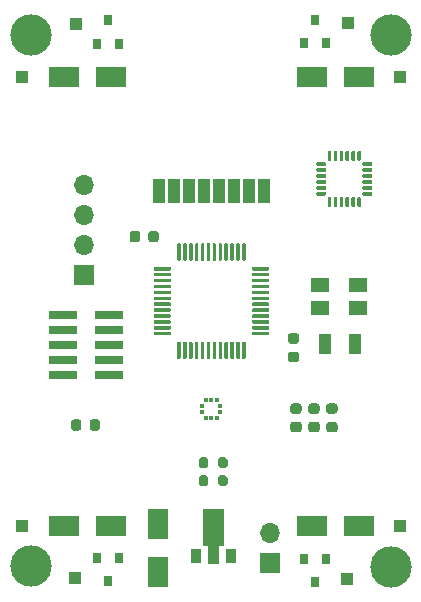
<source format=gbr>
%TF.GenerationSoftware,KiCad,Pcbnew,(5.1.9)-1*%
%TF.CreationDate,2021-04-28T15:16:42-04:00*%
%TF.ProjectId,final_design_v3,66696e61-6c5f-4646-9573-69676e5f7633,rev?*%
%TF.SameCoordinates,Original*%
%TF.FileFunction,Soldermask,Top*%
%TF.FilePolarity,Negative*%
%FSLAX46Y46*%
G04 Gerber Fmt 4.6, Leading zero omitted, Abs format (unit mm)*
G04 Created by KiCad (PCBNEW (5.1.9)-1) date 2021-04-28 15:16:42*
%MOMM*%
%LPD*%
G01*
G04 APERTURE LIST*
%ADD10R,2.400000X0.740000*%
%ADD11R,1.000000X2.000000*%
%ADD12C,3.500000*%
%ADD13R,1.800000X2.500000*%
%ADD14R,2.500000X1.800000*%
%ADD15R,1.700000X1.700000*%
%ADD16O,1.700000X1.700000*%
%ADD17R,1.000000X1.000000*%
%ADD18R,0.800000X0.900000*%
%ADD19R,0.350000X0.380000*%
%ADD20R,0.900000X1.300000*%
%ADD21C,0.100000*%
%ADD22R,1.000000X1.800000*%
%ADD23R,1.600000X1.300000*%
G04 APERTURE END LIST*
D10*
%TO.C,J1*%
X130350000Y-105740000D03*
X126450000Y-105740000D03*
X130350000Y-104470000D03*
X126450000Y-104470000D03*
X130350000Y-103200000D03*
X126450000Y-103200000D03*
X130350000Y-101930000D03*
X126450000Y-101930000D03*
X130350000Y-100660000D03*
X126450000Y-100660000D03*
%TD*%
D11*
%TO.C,U4*%
X134600000Y-90200000D03*
X135870000Y-90200000D03*
X137140000Y-90200000D03*
X138410000Y-90200000D03*
X139680000Y-90200000D03*
X140950000Y-90200000D03*
X142220000Y-90200000D03*
X143490000Y-90200000D03*
%TD*%
D12*
%TO.C,H1*%
X123698000Y-76962000D03*
%TD*%
%TO.C,C6*%
G36*
G01*
X145901600Y-108147400D02*
X146401600Y-108147400D01*
G75*
G02*
X146626600Y-108372400I0J-225000D01*
G01*
X146626600Y-108822400D01*
G75*
G02*
X146401600Y-109047400I-225000J0D01*
G01*
X145901600Y-109047400D01*
G75*
G02*
X145676600Y-108822400I0J225000D01*
G01*
X145676600Y-108372400D01*
G75*
G02*
X145901600Y-108147400I225000J0D01*
G01*
G37*
G36*
G01*
X145901600Y-109697400D02*
X146401600Y-109697400D01*
G75*
G02*
X146626600Y-109922400I0J-225000D01*
G01*
X146626600Y-110372400D01*
G75*
G02*
X146401600Y-110597400I-225000J0D01*
G01*
X145901600Y-110597400D01*
G75*
G02*
X145676600Y-110372400I0J225000D01*
G01*
X145676600Y-109922400D01*
G75*
G02*
X145901600Y-109697400I225000J0D01*
G01*
G37*
%TD*%
%TO.C,C7*%
G36*
G01*
X147425600Y-109697400D02*
X147925600Y-109697400D01*
G75*
G02*
X148150600Y-109922400I0J-225000D01*
G01*
X148150600Y-110372400D01*
G75*
G02*
X147925600Y-110597400I-225000J0D01*
G01*
X147425600Y-110597400D01*
G75*
G02*
X147200600Y-110372400I0J225000D01*
G01*
X147200600Y-109922400D01*
G75*
G02*
X147425600Y-109697400I225000J0D01*
G01*
G37*
G36*
G01*
X147425600Y-108147400D02*
X147925600Y-108147400D01*
G75*
G02*
X148150600Y-108372400I0J-225000D01*
G01*
X148150600Y-108822400D01*
G75*
G02*
X147925600Y-109047400I-225000J0D01*
G01*
X147425600Y-109047400D01*
G75*
G02*
X147200600Y-108822400I0J225000D01*
G01*
X147200600Y-108372400D01*
G75*
G02*
X147425600Y-108147400I225000J0D01*
G01*
G37*
%TD*%
%TO.C,D1*%
G36*
G01*
X127121200Y-110238250D02*
X127121200Y-109725750D01*
G75*
G02*
X127339950Y-109507000I218750J0D01*
G01*
X127777450Y-109507000D01*
G75*
G02*
X127996200Y-109725750I0J-218750D01*
G01*
X127996200Y-110238250D01*
G75*
G02*
X127777450Y-110457000I-218750J0D01*
G01*
X127339950Y-110457000D01*
G75*
G02*
X127121200Y-110238250I0J218750D01*
G01*
G37*
G36*
G01*
X128696200Y-110238250D02*
X128696200Y-109725750D01*
G75*
G02*
X128914950Y-109507000I218750J0D01*
G01*
X129352450Y-109507000D01*
G75*
G02*
X129571200Y-109725750I0J-218750D01*
G01*
X129571200Y-110238250D01*
G75*
G02*
X129352450Y-110457000I-218750J0D01*
G01*
X128914950Y-110457000D01*
G75*
G02*
X128696200Y-110238250I0J218750D01*
G01*
G37*
%TD*%
%TO.C,D2*%
G36*
G01*
X146204650Y-103078800D02*
X145692150Y-103078800D01*
G75*
G02*
X145473400Y-102860050I0J218750D01*
G01*
X145473400Y-102422550D01*
G75*
G02*
X145692150Y-102203800I218750J0D01*
G01*
X146204650Y-102203800D01*
G75*
G02*
X146423400Y-102422550I0J-218750D01*
G01*
X146423400Y-102860050D01*
G75*
G02*
X146204650Y-103078800I-218750J0D01*
G01*
G37*
G36*
G01*
X146204650Y-104653800D02*
X145692150Y-104653800D01*
G75*
G02*
X145473400Y-104435050I0J218750D01*
G01*
X145473400Y-103997550D01*
G75*
G02*
X145692150Y-103778800I218750J0D01*
G01*
X146204650Y-103778800D01*
G75*
G02*
X146423400Y-103997550I0J-218750D01*
G01*
X146423400Y-104435050D01*
G75*
G02*
X146204650Y-104653800I-218750J0D01*
G01*
G37*
%TD*%
%TO.C,D3*%
G36*
G01*
X132074200Y-94287050D02*
X132074200Y-93774550D01*
G75*
G02*
X132292950Y-93555800I218750J0D01*
G01*
X132730450Y-93555800D01*
G75*
G02*
X132949200Y-93774550I0J-218750D01*
G01*
X132949200Y-94287050D01*
G75*
G02*
X132730450Y-94505800I-218750J0D01*
G01*
X132292950Y-94505800D01*
G75*
G02*
X132074200Y-94287050I0J218750D01*
G01*
G37*
G36*
G01*
X133649200Y-94287050D02*
X133649200Y-93774550D01*
G75*
G02*
X133867950Y-93555800I218750J0D01*
G01*
X134305450Y-93555800D01*
G75*
G02*
X134524200Y-93774550I0J-218750D01*
G01*
X134524200Y-94287050D01*
G75*
G02*
X134305450Y-94505800I-218750J0D01*
G01*
X133867950Y-94505800D01*
G75*
G02*
X133649200Y-94287050I0J218750D01*
G01*
G37*
%TD*%
D13*
%TO.C,D5*%
X134500000Y-122400000D03*
X134500000Y-118400000D03*
%TD*%
D14*
%TO.C,D6*%
X130500000Y-80500000D03*
X126500000Y-80500000D03*
%TD*%
%TO.C,D7*%
X130524000Y-118491000D03*
X126524000Y-118491000D03*
%TD*%
%TO.C,D8*%
X151500000Y-80500000D03*
X147500000Y-80500000D03*
%TD*%
%TO.C,D9*%
X151500000Y-118491000D03*
X147500000Y-118491000D03*
%TD*%
D12*
%TO.C,H2*%
X154178000Y-122000000D03*
%TD*%
%TO.C,H3*%
X154178000Y-76962000D03*
%TD*%
%TO.C,H4*%
X123698000Y-121920000D03*
%TD*%
D15*
%TO.C,J2*%
X128200000Y-97300000D03*
D16*
X128200000Y-94760000D03*
X128200000Y-92220000D03*
X128200000Y-89680000D03*
%TD*%
D15*
%TO.C,J3*%
X144000000Y-121700000D03*
D16*
X144000000Y-119160000D03*
%TD*%
D17*
%TO.C,J4*%
X123000000Y-80500000D03*
%TD*%
%TO.C,J5*%
X127500000Y-76000000D03*
%TD*%
%TO.C,J6*%
X122999500Y-118491000D03*
%TD*%
%TO.C,J7*%
X127406400Y-122936000D03*
%TD*%
%TO.C,J8*%
X155000000Y-80500000D03*
%TD*%
%TO.C,J9*%
X150550000Y-75975000D03*
%TD*%
%TO.C,J10*%
X155000000Y-118500000D03*
%TD*%
%TO.C,J11*%
X150500000Y-123000000D03*
%TD*%
%TO.C,L1*%
G36*
G01*
X149455850Y-110597400D02*
X148943350Y-110597400D01*
G75*
G02*
X148724600Y-110378650I0J218750D01*
G01*
X148724600Y-109941150D01*
G75*
G02*
X148943350Y-109722400I218750J0D01*
G01*
X149455850Y-109722400D01*
G75*
G02*
X149674600Y-109941150I0J-218750D01*
G01*
X149674600Y-110378650D01*
G75*
G02*
X149455850Y-110597400I-218750J0D01*
G01*
G37*
G36*
G01*
X149455850Y-109022400D02*
X148943350Y-109022400D01*
G75*
G02*
X148724600Y-108803650I0J218750D01*
G01*
X148724600Y-108366150D01*
G75*
G02*
X148943350Y-108147400I218750J0D01*
G01*
X149455850Y-108147400D01*
G75*
G02*
X149674600Y-108366150I0J-218750D01*
G01*
X149674600Y-108803650D01*
G75*
G02*
X149455850Y-109022400I-218750J0D01*
G01*
G37*
%TD*%
D18*
%TO.C,Q1*%
X129300000Y-77700000D03*
X131200000Y-77700000D03*
X130250000Y-75700000D03*
%TD*%
%TO.C,Q2*%
X131201200Y-121224800D03*
X129301200Y-121224800D03*
X130251200Y-123224800D03*
%TD*%
%TO.C,Q3*%
X147775000Y-75675000D03*
X148725000Y-77675000D03*
X146825000Y-77675000D03*
%TD*%
%TO.C,Q4*%
X147750000Y-123300000D03*
X146800000Y-121300000D03*
X148700000Y-121300000D03*
%TD*%
%TO.C,R9*%
G36*
G01*
X138716200Y-114431400D02*
X138716200Y-114981400D01*
G75*
G02*
X138516200Y-115181400I-200000J0D01*
G01*
X138116200Y-115181400D01*
G75*
G02*
X137916200Y-114981400I0J200000D01*
G01*
X137916200Y-114431400D01*
G75*
G02*
X138116200Y-114231400I200000J0D01*
G01*
X138516200Y-114231400D01*
G75*
G02*
X138716200Y-114431400I0J-200000D01*
G01*
G37*
G36*
G01*
X140366200Y-114431400D02*
X140366200Y-114981400D01*
G75*
G02*
X140166200Y-115181400I-200000J0D01*
G01*
X139766200Y-115181400D01*
G75*
G02*
X139566200Y-114981400I0J200000D01*
G01*
X139566200Y-114431400D01*
G75*
G02*
X139766200Y-114231400I200000J0D01*
G01*
X140166200Y-114231400D01*
G75*
G02*
X140366200Y-114431400I0J-200000D01*
G01*
G37*
%TD*%
%TO.C,R10*%
G36*
G01*
X137916200Y-113457400D02*
X137916200Y-112907400D01*
G75*
G02*
X138116200Y-112707400I200000J0D01*
G01*
X138516200Y-112707400D01*
G75*
G02*
X138716200Y-112907400I0J-200000D01*
G01*
X138716200Y-113457400D01*
G75*
G02*
X138516200Y-113657400I-200000J0D01*
G01*
X138116200Y-113657400D01*
G75*
G02*
X137916200Y-113457400I0J200000D01*
G01*
G37*
G36*
G01*
X139566200Y-113457400D02*
X139566200Y-112907400D01*
G75*
G02*
X139766200Y-112707400I200000J0D01*
G01*
X140166200Y-112707400D01*
G75*
G02*
X140366200Y-112907400I0J-200000D01*
G01*
X140366200Y-113457400D01*
G75*
G02*
X140166200Y-113657400I-200000J0D01*
G01*
X139766200Y-113657400D01*
G75*
G02*
X139566200Y-113457400I0J200000D01*
G01*
G37*
%TD*%
%TO.C,U1*%
G36*
G01*
X143900000Y-102175000D02*
X143900000Y-102325000D01*
G75*
G02*
X143825000Y-102400000I-75000J0D01*
G01*
X142500000Y-102400000D01*
G75*
G02*
X142425000Y-102325000I0J75000D01*
G01*
X142425000Y-102175000D01*
G75*
G02*
X142500000Y-102100000I75000J0D01*
G01*
X143825000Y-102100000D01*
G75*
G02*
X143900000Y-102175000I0J-75000D01*
G01*
G37*
G36*
G01*
X143900000Y-101675000D02*
X143900000Y-101825000D01*
G75*
G02*
X143825000Y-101900000I-75000J0D01*
G01*
X142500000Y-101900000D01*
G75*
G02*
X142425000Y-101825000I0J75000D01*
G01*
X142425000Y-101675000D01*
G75*
G02*
X142500000Y-101600000I75000J0D01*
G01*
X143825000Y-101600000D01*
G75*
G02*
X143900000Y-101675000I0J-75000D01*
G01*
G37*
G36*
G01*
X143900000Y-101175000D02*
X143900000Y-101325000D01*
G75*
G02*
X143825000Y-101400000I-75000J0D01*
G01*
X142500000Y-101400000D01*
G75*
G02*
X142425000Y-101325000I0J75000D01*
G01*
X142425000Y-101175000D01*
G75*
G02*
X142500000Y-101100000I75000J0D01*
G01*
X143825000Y-101100000D01*
G75*
G02*
X143900000Y-101175000I0J-75000D01*
G01*
G37*
G36*
G01*
X143900000Y-100675000D02*
X143900000Y-100825000D01*
G75*
G02*
X143825000Y-100900000I-75000J0D01*
G01*
X142500000Y-100900000D01*
G75*
G02*
X142425000Y-100825000I0J75000D01*
G01*
X142425000Y-100675000D01*
G75*
G02*
X142500000Y-100600000I75000J0D01*
G01*
X143825000Y-100600000D01*
G75*
G02*
X143900000Y-100675000I0J-75000D01*
G01*
G37*
G36*
G01*
X143900000Y-100175000D02*
X143900000Y-100325000D01*
G75*
G02*
X143825000Y-100400000I-75000J0D01*
G01*
X142500000Y-100400000D01*
G75*
G02*
X142425000Y-100325000I0J75000D01*
G01*
X142425000Y-100175000D01*
G75*
G02*
X142500000Y-100100000I75000J0D01*
G01*
X143825000Y-100100000D01*
G75*
G02*
X143900000Y-100175000I0J-75000D01*
G01*
G37*
G36*
G01*
X143900000Y-99675000D02*
X143900000Y-99825000D01*
G75*
G02*
X143825000Y-99900000I-75000J0D01*
G01*
X142500000Y-99900000D01*
G75*
G02*
X142425000Y-99825000I0J75000D01*
G01*
X142425000Y-99675000D01*
G75*
G02*
X142500000Y-99600000I75000J0D01*
G01*
X143825000Y-99600000D01*
G75*
G02*
X143900000Y-99675000I0J-75000D01*
G01*
G37*
G36*
G01*
X143900000Y-99175000D02*
X143900000Y-99325000D01*
G75*
G02*
X143825000Y-99400000I-75000J0D01*
G01*
X142500000Y-99400000D01*
G75*
G02*
X142425000Y-99325000I0J75000D01*
G01*
X142425000Y-99175000D01*
G75*
G02*
X142500000Y-99100000I75000J0D01*
G01*
X143825000Y-99100000D01*
G75*
G02*
X143900000Y-99175000I0J-75000D01*
G01*
G37*
G36*
G01*
X143900000Y-98675000D02*
X143900000Y-98825000D01*
G75*
G02*
X143825000Y-98900000I-75000J0D01*
G01*
X142500000Y-98900000D01*
G75*
G02*
X142425000Y-98825000I0J75000D01*
G01*
X142425000Y-98675000D01*
G75*
G02*
X142500000Y-98600000I75000J0D01*
G01*
X143825000Y-98600000D01*
G75*
G02*
X143900000Y-98675000I0J-75000D01*
G01*
G37*
G36*
G01*
X143900000Y-98175000D02*
X143900000Y-98325000D01*
G75*
G02*
X143825000Y-98400000I-75000J0D01*
G01*
X142500000Y-98400000D01*
G75*
G02*
X142425000Y-98325000I0J75000D01*
G01*
X142425000Y-98175000D01*
G75*
G02*
X142500000Y-98100000I75000J0D01*
G01*
X143825000Y-98100000D01*
G75*
G02*
X143900000Y-98175000I0J-75000D01*
G01*
G37*
G36*
G01*
X143900000Y-97675000D02*
X143900000Y-97825000D01*
G75*
G02*
X143825000Y-97900000I-75000J0D01*
G01*
X142500000Y-97900000D01*
G75*
G02*
X142425000Y-97825000I0J75000D01*
G01*
X142425000Y-97675000D01*
G75*
G02*
X142500000Y-97600000I75000J0D01*
G01*
X143825000Y-97600000D01*
G75*
G02*
X143900000Y-97675000I0J-75000D01*
G01*
G37*
G36*
G01*
X143900000Y-97175000D02*
X143900000Y-97325000D01*
G75*
G02*
X143825000Y-97400000I-75000J0D01*
G01*
X142500000Y-97400000D01*
G75*
G02*
X142425000Y-97325000I0J75000D01*
G01*
X142425000Y-97175000D01*
G75*
G02*
X142500000Y-97100000I75000J0D01*
G01*
X143825000Y-97100000D01*
G75*
G02*
X143900000Y-97175000I0J-75000D01*
G01*
G37*
G36*
G01*
X143900000Y-96675000D02*
X143900000Y-96825000D01*
G75*
G02*
X143825000Y-96900000I-75000J0D01*
G01*
X142500000Y-96900000D01*
G75*
G02*
X142425000Y-96825000I0J75000D01*
G01*
X142425000Y-96675000D01*
G75*
G02*
X142500000Y-96600000I75000J0D01*
G01*
X143825000Y-96600000D01*
G75*
G02*
X143900000Y-96675000I0J-75000D01*
G01*
G37*
G36*
G01*
X141900000Y-94675000D02*
X141900000Y-96000000D01*
G75*
G02*
X141825000Y-96075000I-75000J0D01*
G01*
X141675000Y-96075000D01*
G75*
G02*
X141600000Y-96000000I0J75000D01*
G01*
X141600000Y-94675000D01*
G75*
G02*
X141675000Y-94600000I75000J0D01*
G01*
X141825000Y-94600000D01*
G75*
G02*
X141900000Y-94675000I0J-75000D01*
G01*
G37*
G36*
G01*
X141400000Y-94675000D02*
X141400000Y-96000000D01*
G75*
G02*
X141325000Y-96075000I-75000J0D01*
G01*
X141175000Y-96075000D01*
G75*
G02*
X141100000Y-96000000I0J75000D01*
G01*
X141100000Y-94675000D01*
G75*
G02*
X141175000Y-94600000I75000J0D01*
G01*
X141325000Y-94600000D01*
G75*
G02*
X141400000Y-94675000I0J-75000D01*
G01*
G37*
G36*
G01*
X140900000Y-94675000D02*
X140900000Y-96000000D01*
G75*
G02*
X140825000Y-96075000I-75000J0D01*
G01*
X140675000Y-96075000D01*
G75*
G02*
X140600000Y-96000000I0J75000D01*
G01*
X140600000Y-94675000D01*
G75*
G02*
X140675000Y-94600000I75000J0D01*
G01*
X140825000Y-94600000D01*
G75*
G02*
X140900000Y-94675000I0J-75000D01*
G01*
G37*
G36*
G01*
X140400000Y-94675000D02*
X140400000Y-96000000D01*
G75*
G02*
X140325000Y-96075000I-75000J0D01*
G01*
X140175000Y-96075000D01*
G75*
G02*
X140100000Y-96000000I0J75000D01*
G01*
X140100000Y-94675000D01*
G75*
G02*
X140175000Y-94600000I75000J0D01*
G01*
X140325000Y-94600000D01*
G75*
G02*
X140400000Y-94675000I0J-75000D01*
G01*
G37*
G36*
G01*
X139900000Y-94675000D02*
X139900000Y-96000000D01*
G75*
G02*
X139825000Y-96075000I-75000J0D01*
G01*
X139675000Y-96075000D01*
G75*
G02*
X139600000Y-96000000I0J75000D01*
G01*
X139600000Y-94675000D01*
G75*
G02*
X139675000Y-94600000I75000J0D01*
G01*
X139825000Y-94600000D01*
G75*
G02*
X139900000Y-94675000I0J-75000D01*
G01*
G37*
G36*
G01*
X139400000Y-94675000D02*
X139400000Y-96000000D01*
G75*
G02*
X139325000Y-96075000I-75000J0D01*
G01*
X139175000Y-96075000D01*
G75*
G02*
X139100000Y-96000000I0J75000D01*
G01*
X139100000Y-94675000D01*
G75*
G02*
X139175000Y-94600000I75000J0D01*
G01*
X139325000Y-94600000D01*
G75*
G02*
X139400000Y-94675000I0J-75000D01*
G01*
G37*
G36*
G01*
X138900000Y-94675000D02*
X138900000Y-96000000D01*
G75*
G02*
X138825000Y-96075000I-75000J0D01*
G01*
X138675000Y-96075000D01*
G75*
G02*
X138600000Y-96000000I0J75000D01*
G01*
X138600000Y-94675000D01*
G75*
G02*
X138675000Y-94600000I75000J0D01*
G01*
X138825000Y-94600000D01*
G75*
G02*
X138900000Y-94675000I0J-75000D01*
G01*
G37*
G36*
G01*
X138400000Y-94675000D02*
X138400000Y-96000000D01*
G75*
G02*
X138325000Y-96075000I-75000J0D01*
G01*
X138175000Y-96075000D01*
G75*
G02*
X138100000Y-96000000I0J75000D01*
G01*
X138100000Y-94675000D01*
G75*
G02*
X138175000Y-94600000I75000J0D01*
G01*
X138325000Y-94600000D01*
G75*
G02*
X138400000Y-94675000I0J-75000D01*
G01*
G37*
G36*
G01*
X137900000Y-94675000D02*
X137900000Y-96000000D01*
G75*
G02*
X137825000Y-96075000I-75000J0D01*
G01*
X137675000Y-96075000D01*
G75*
G02*
X137600000Y-96000000I0J75000D01*
G01*
X137600000Y-94675000D01*
G75*
G02*
X137675000Y-94600000I75000J0D01*
G01*
X137825000Y-94600000D01*
G75*
G02*
X137900000Y-94675000I0J-75000D01*
G01*
G37*
G36*
G01*
X137400000Y-94675000D02*
X137400000Y-96000000D01*
G75*
G02*
X137325000Y-96075000I-75000J0D01*
G01*
X137175000Y-96075000D01*
G75*
G02*
X137100000Y-96000000I0J75000D01*
G01*
X137100000Y-94675000D01*
G75*
G02*
X137175000Y-94600000I75000J0D01*
G01*
X137325000Y-94600000D01*
G75*
G02*
X137400000Y-94675000I0J-75000D01*
G01*
G37*
G36*
G01*
X136900000Y-94675000D02*
X136900000Y-96000000D01*
G75*
G02*
X136825000Y-96075000I-75000J0D01*
G01*
X136675000Y-96075000D01*
G75*
G02*
X136600000Y-96000000I0J75000D01*
G01*
X136600000Y-94675000D01*
G75*
G02*
X136675000Y-94600000I75000J0D01*
G01*
X136825000Y-94600000D01*
G75*
G02*
X136900000Y-94675000I0J-75000D01*
G01*
G37*
G36*
G01*
X136400000Y-94675000D02*
X136400000Y-96000000D01*
G75*
G02*
X136325000Y-96075000I-75000J0D01*
G01*
X136175000Y-96075000D01*
G75*
G02*
X136100000Y-96000000I0J75000D01*
G01*
X136100000Y-94675000D01*
G75*
G02*
X136175000Y-94600000I75000J0D01*
G01*
X136325000Y-94600000D01*
G75*
G02*
X136400000Y-94675000I0J-75000D01*
G01*
G37*
G36*
G01*
X135575000Y-96675000D02*
X135575000Y-96825000D01*
G75*
G02*
X135500000Y-96900000I-75000J0D01*
G01*
X134175000Y-96900000D01*
G75*
G02*
X134100000Y-96825000I0J75000D01*
G01*
X134100000Y-96675000D01*
G75*
G02*
X134175000Y-96600000I75000J0D01*
G01*
X135500000Y-96600000D01*
G75*
G02*
X135575000Y-96675000I0J-75000D01*
G01*
G37*
G36*
G01*
X135575000Y-97175000D02*
X135575000Y-97325000D01*
G75*
G02*
X135500000Y-97400000I-75000J0D01*
G01*
X134175000Y-97400000D01*
G75*
G02*
X134100000Y-97325000I0J75000D01*
G01*
X134100000Y-97175000D01*
G75*
G02*
X134175000Y-97100000I75000J0D01*
G01*
X135500000Y-97100000D01*
G75*
G02*
X135575000Y-97175000I0J-75000D01*
G01*
G37*
G36*
G01*
X135575000Y-97675000D02*
X135575000Y-97825000D01*
G75*
G02*
X135500000Y-97900000I-75000J0D01*
G01*
X134175000Y-97900000D01*
G75*
G02*
X134100000Y-97825000I0J75000D01*
G01*
X134100000Y-97675000D01*
G75*
G02*
X134175000Y-97600000I75000J0D01*
G01*
X135500000Y-97600000D01*
G75*
G02*
X135575000Y-97675000I0J-75000D01*
G01*
G37*
G36*
G01*
X135575000Y-98175000D02*
X135575000Y-98325000D01*
G75*
G02*
X135500000Y-98400000I-75000J0D01*
G01*
X134175000Y-98400000D01*
G75*
G02*
X134100000Y-98325000I0J75000D01*
G01*
X134100000Y-98175000D01*
G75*
G02*
X134175000Y-98100000I75000J0D01*
G01*
X135500000Y-98100000D01*
G75*
G02*
X135575000Y-98175000I0J-75000D01*
G01*
G37*
G36*
G01*
X135575000Y-98675000D02*
X135575000Y-98825000D01*
G75*
G02*
X135500000Y-98900000I-75000J0D01*
G01*
X134175000Y-98900000D01*
G75*
G02*
X134100000Y-98825000I0J75000D01*
G01*
X134100000Y-98675000D01*
G75*
G02*
X134175000Y-98600000I75000J0D01*
G01*
X135500000Y-98600000D01*
G75*
G02*
X135575000Y-98675000I0J-75000D01*
G01*
G37*
G36*
G01*
X135575000Y-99175000D02*
X135575000Y-99325000D01*
G75*
G02*
X135500000Y-99400000I-75000J0D01*
G01*
X134175000Y-99400000D01*
G75*
G02*
X134100000Y-99325000I0J75000D01*
G01*
X134100000Y-99175000D01*
G75*
G02*
X134175000Y-99100000I75000J0D01*
G01*
X135500000Y-99100000D01*
G75*
G02*
X135575000Y-99175000I0J-75000D01*
G01*
G37*
G36*
G01*
X135575000Y-99675000D02*
X135575000Y-99825000D01*
G75*
G02*
X135500000Y-99900000I-75000J0D01*
G01*
X134175000Y-99900000D01*
G75*
G02*
X134100000Y-99825000I0J75000D01*
G01*
X134100000Y-99675000D01*
G75*
G02*
X134175000Y-99600000I75000J0D01*
G01*
X135500000Y-99600000D01*
G75*
G02*
X135575000Y-99675000I0J-75000D01*
G01*
G37*
G36*
G01*
X135575000Y-100175000D02*
X135575000Y-100325000D01*
G75*
G02*
X135500000Y-100400000I-75000J0D01*
G01*
X134175000Y-100400000D01*
G75*
G02*
X134100000Y-100325000I0J75000D01*
G01*
X134100000Y-100175000D01*
G75*
G02*
X134175000Y-100100000I75000J0D01*
G01*
X135500000Y-100100000D01*
G75*
G02*
X135575000Y-100175000I0J-75000D01*
G01*
G37*
G36*
G01*
X135575000Y-100675000D02*
X135575000Y-100825000D01*
G75*
G02*
X135500000Y-100900000I-75000J0D01*
G01*
X134175000Y-100900000D01*
G75*
G02*
X134100000Y-100825000I0J75000D01*
G01*
X134100000Y-100675000D01*
G75*
G02*
X134175000Y-100600000I75000J0D01*
G01*
X135500000Y-100600000D01*
G75*
G02*
X135575000Y-100675000I0J-75000D01*
G01*
G37*
G36*
G01*
X135575000Y-101175000D02*
X135575000Y-101325000D01*
G75*
G02*
X135500000Y-101400000I-75000J0D01*
G01*
X134175000Y-101400000D01*
G75*
G02*
X134100000Y-101325000I0J75000D01*
G01*
X134100000Y-101175000D01*
G75*
G02*
X134175000Y-101100000I75000J0D01*
G01*
X135500000Y-101100000D01*
G75*
G02*
X135575000Y-101175000I0J-75000D01*
G01*
G37*
G36*
G01*
X135575000Y-101675000D02*
X135575000Y-101825000D01*
G75*
G02*
X135500000Y-101900000I-75000J0D01*
G01*
X134175000Y-101900000D01*
G75*
G02*
X134100000Y-101825000I0J75000D01*
G01*
X134100000Y-101675000D01*
G75*
G02*
X134175000Y-101600000I75000J0D01*
G01*
X135500000Y-101600000D01*
G75*
G02*
X135575000Y-101675000I0J-75000D01*
G01*
G37*
G36*
G01*
X135575000Y-102175000D02*
X135575000Y-102325000D01*
G75*
G02*
X135500000Y-102400000I-75000J0D01*
G01*
X134175000Y-102400000D01*
G75*
G02*
X134100000Y-102325000I0J75000D01*
G01*
X134100000Y-102175000D01*
G75*
G02*
X134175000Y-102100000I75000J0D01*
G01*
X135500000Y-102100000D01*
G75*
G02*
X135575000Y-102175000I0J-75000D01*
G01*
G37*
G36*
G01*
X136400000Y-103000000D02*
X136400000Y-104325000D01*
G75*
G02*
X136325000Y-104400000I-75000J0D01*
G01*
X136175000Y-104400000D01*
G75*
G02*
X136100000Y-104325000I0J75000D01*
G01*
X136100000Y-103000000D01*
G75*
G02*
X136175000Y-102925000I75000J0D01*
G01*
X136325000Y-102925000D01*
G75*
G02*
X136400000Y-103000000I0J-75000D01*
G01*
G37*
G36*
G01*
X136900000Y-103000000D02*
X136900000Y-104325000D01*
G75*
G02*
X136825000Y-104400000I-75000J0D01*
G01*
X136675000Y-104400000D01*
G75*
G02*
X136600000Y-104325000I0J75000D01*
G01*
X136600000Y-103000000D01*
G75*
G02*
X136675000Y-102925000I75000J0D01*
G01*
X136825000Y-102925000D01*
G75*
G02*
X136900000Y-103000000I0J-75000D01*
G01*
G37*
G36*
G01*
X137400000Y-103000000D02*
X137400000Y-104325000D01*
G75*
G02*
X137325000Y-104400000I-75000J0D01*
G01*
X137175000Y-104400000D01*
G75*
G02*
X137100000Y-104325000I0J75000D01*
G01*
X137100000Y-103000000D01*
G75*
G02*
X137175000Y-102925000I75000J0D01*
G01*
X137325000Y-102925000D01*
G75*
G02*
X137400000Y-103000000I0J-75000D01*
G01*
G37*
G36*
G01*
X137900000Y-103000000D02*
X137900000Y-104325000D01*
G75*
G02*
X137825000Y-104400000I-75000J0D01*
G01*
X137675000Y-104400000D01*
G75*
G02*
X137600000Y-104325000I0J75000D01*
G01*
X137600000Y-103000000D01*
G75*
G02*
X137675000Y-102925000I75000J0D01*
G01*
X137825000Y-102925000D01*
G75*
G02*
X137900000Y-103000000I0J-75000D01*
G01*
G37*
G36*
G01*
X138400000Y-103000000D02*
X138400000Y-104325000D01*
G75*
G02*
X138325000Y-104400000I-75000J0D01*
G01*
X138175000Y-104400000D01*
G75*
G02*
X138100000Y-104325000I0J75000D01*
G01*
X138100000Y-103000000D01*
G75*
G02*
X138175000Y-102925000I75000J0D01*
G01*
X138325000Y-102925000D01*
G75*
G02*
X138400000Y-103000000I0J-75000D01*
G01*
G37*
G36*
G01*
X138900000Y-103000000D02*
X138900000Y-104325000D01*
G75*
G02*
X138825000Y-104400000I-75000J0D01*
G01*
X138675000Y-104400000D01*
G75*
G02*
X138600000Y-104325000I0J75000D01*
G01*
X138600000Y-103000000D01*
G75*
G02*
X138675000Y-102925000I75000J0D01*
G01*
X138825000Y-102925000D01*
G75*
G02*
X138900000Y-103000000I0J-75000D01*
G01*
G37*
G36*
G01*
X139400000Y-103000000D02*
X139400000Y-104325000D01*
G75*
G02*
X139325000Y-104400000I-75000J0D01*
G01*
X139175000Y-104400000D01*
G75*
G02*
X139100000Y-104325000I0J75000D01*
G01*
X139100000Y-103000000D01*
G75*
G02*
X139175000Y-102925000I75000J0D01*
G01*
X139325000Y-102925000D01*
G75*
G02*
X139400000Y-103000000I0J-75000D01*
G01*
G37*
G36*
G01*
X139900000Y-103000000D02*
X139900000Y-104325000D01*
G75*
G02*
X139825000Y-104400000I-75000J0D01*
G01*
X139675000Y-104400000D01*
G75*
G02*
X139600000Y-104325000I0J75000D01*
G01*
X139600000Y-103000000D01*
G75*
G02*
X139675000Y-102925000I75000J0D01*
G01*
X139825000Y-102925000D01*
G75*
G02*
X139900000Y-103000000I0J-75000D01*
G01*
G37*
G36*
G01*
X140400000Y-103000000D02*
X140400000Y-104325000D01*
G75*
G02*
X140325000Y-104400000I-75000J0D01*
G01*
X140175000Y-104400000D01*
G75*
G02*
X140100000Y-104325000I0J75000D01*
G01*
X140100000Y-103000000D01*
G75*
G02*
X140175000Y-102925000I75000J0D01*
G01*
X140325000Y-102925000D01*
G75*
G02*
X140400000Y-103000000I0J-75000D01*
G01*
G37*
G36*
G01*
X140900000Y-103000000D02*
X140900000Y-104325000D01*
G75*
G02*
X140825000Y-104400000I-75000J0D01*
G01*
X140675000Y-104400000D01*
G75*
G02*
X140600000Y-104325000I0J75000D01*
G01*
X140600000Y-103000000D01*
G75*
G02*
X140675000Y-102925000I75000J0D01*
G01*
X140825000Y-102925000D01*
G75*
G02*
X140900000Y-103000000I0J-75000D01*
G01*
G37*
G36*
G01*
X141400000Y-103000000D02*
X141400000Y-104325000D01*
G75*
G02*
X141325000Y-104400000I-75000J0D01*
G01*
X141175000Y-104400000D01*
G75*
G02*
X141100000Y-104325000I0J75000D01*
G01*
X141100000Y-103000000D01*
G75*
G02*
X141175000Y-102925000I75000J0D01*
G01*
X141325000Y-102925000D01*
G75*
G02*
X141400000Y-103000000I0J-75000D01*
G01*
G37*
G36*
G01*
X141900000Y-103000000D02*
X141900000Y-104325000D01*
G75*
G02*
X141825000Y-104400000I-75000J0D01*
G01*
X141675000Y-104400000D01*
G75*
G02*
X141600000Y-104325000I0J75000D01*
G01*
X141600000Y-103000000D01*
G75*
G02*
X141675000Y-102925000I75000J0D01*
G01*
X141825000Y-102925000D01*
G75*
G02*
X141900000Y-103000000I0J-75000D01*
G01*
G37*
%TD*%
D19*
%TO.C,U2*%
X138235000Y-108350000D03*
X138235000Y-108850000D03*
X138500000Y-109365000D03*
X139000000Y-109365000D03*
X139500000Y-109365000D03*
X139765000Y-108850000D03*
X139765000Y-108350000D03*
X139500000Y-107835000D03*
X139000000Y-107835000D03*
X138500000Y-107835000D03*
%TD*%
D20*
%TO.C,U3*%
X137692000Y-121080800D03*
X140692000Y-121080800D03*
D21*
G36*
X140058500Y-117130800D02*
G01*
X140058500Y-120255800D01*
X139642000Y-120255800D01*
X139642000Y-121730800D01*
X138742000Y-121730800D01*
X138742000Y-120255800D01*
X138325500Y-120255800D01*
X138325500Y-117130800D01*
X140058500Y-117130800D01*
G37*
%TD*%
%TO.C,U5*%
G36*
G01*
X147875000Y-87975000D02*
X147875000Y-87825000D01*
G75*
G02*
X147950000Y-87750000I75000J0D01*
G01*
X148650000Y-87750000D01*
G75*
G02*
X148725000Y-87825000I0J-75000D01*
G01*
X148725000Y-87975000D01*
G75*
G02*
X148650000Y-88050000I-75000J0D01*
G01*
X147950000Y-88050000D01*
G75*
G02*
X147875000Y-87975000I0J75000D01*
G01*
G37*
G36*
G01*
X147875000Y-88475000D02*
X147875000Y-88325000D01*
G75*
G02*
X147950000Y-88250000I75000J0D01*
G01*
X148650000Y-88250000D01*
G75*
G02*
X148725000Y-88325000I0J-75000D01*
G01*
X148725000Y-88475000D01*
G75*
G02*
X148650000Y-88550000I-75000J0D01*
G01*
X147950000Y-88550000D01*
G75*
G02*
X147875000Y-88475000I0J75000D01*
G01*
G37*
G36*
G01*
X147875000Y-88975000D02*
X147875000Y-88825000D01*
G75*
G02*
X147950000Y-88750000I75000J0D01*
G01*
X148650000Y-88750000D01*
G75*
G02*
X148725000Y-88825000I0J-75000D01*
G01*
X148725000Y-88975000D01*
G75*
G02*
X148650000Y-89050000I-75000J0D01*
G01*
X147950000Y-89050000D01*
G75*
G02*
X147875000Y-88975000I0J75000D01*
G01*
G37*
G36*
G01*
X147875000Y-89475000D02*
X147875000Y-89325000D01*
G75*
G02*
X147950000Y-89250000I75000J0D01*
G01*
X148650000Y-89250000D01*
G75*
G02*
X148725000Y-89325000I0J-75000D01*
G01*
X148725000Y-89475000D01*
G75*
G02*
X148650000Y-89550000I-75000J0D01*
G01*
X147950000Y-89550000D01*
G75*
G02*
X147875000Y-89475000I0J75000D01*
G01*
G37*
G36*
G01*
X147875000Y-89975000D02*
X147875000Y-89825000D01*
G75*
G02*
X147950000Y-89750000I75000J0D01*
G01*
X148650000Y-89750000D01*
G75*
G02*
X148725000Y-89825000I0J-75000D01*
G01*
X148725000Y-89975000D01*
G75*
G02*
X148650000Y-90050000I-75000J0D01*
G01*
X147950000Y-90050000D01*
G75*
G02*
X147875000Y-89975000I0J75000D01*
G01*
G37*
G36*
G01*
X147875000Y-90475000D02*
X147875000Y-90325000D01*
G75*
G02*
X147950000Y-90250000I75000J0D01*
G01*
X148650000Y-90250000D01*
G75*
G02*
X148725000Y-90325000I0J-75000D01*
G01*
X148725000Y-90475000D01*
G75*
G02*
X148650000Y-90550000I-75000J0D01*
G01*
X147950000Y-90550000D01*
G75*
G02*
X147875000Y-90475000I0J75000D01*
G01*
G37*
G36*
G01*
X149075000Y-91525000D02*
X148925000Y-91525000D01*
G75*
G02*
X148850000Y-91450000I0J75000D01*
G01*
X148850000Y-90750000D01*
G75*
G02*
X148925000Y-90675000I75000J0D01*
G01*
X149075000Y-90675000D01*
G75*
G02*
X149150000Y-90750000I0J-75000D01*
G01*
X149150000Y-91450000D01*
G75*
G02*
X149075000Y-91525000I-75000J0D01*
G01*
G37*
G36*
G01*
X149575000Y-91525000D02*
X149425000Y-91525000D01*
G75*
G02*
X149350000Y-91450000I0J75000D01*
G01*
X149350000Y-90750000D01*
G75*
G02*
X149425000Y-90675000I75000J0D01*
G01*
X149575000Y-90675000D01*
G75*
G02*
X149650000Y-90750000I0J-75000D01*
G01*
X149650000Y-91450000D01*
G75*
G02*
X149575000Y-91525000I-75000J0D01*
G01*
G37*
G36*
G01*
X150075000Y-91525000D02*
X149925000Y-91525000D01*
G75*
G02*
X149850000Y-91450000I0J75000D01*
G01*
X149850000Y-90750000D01*
G75*
G02*
X149925000Y-90675000I75000J0D01*
G01*
X150075000Y-90675000D01*
G75*
G02*
X150150000Y-90750000I0J-75000D01*
G01*
X150150000Y-91450000D01*
G75*
G02*
X150075000Y-91525000I-75000J0D01*
G01*
G37*
G36*
G01*
X150575000Y-91525000D02*
X150425000Y-91525000D01*
G75*
G02*
X150350000Y-91450000I0J75000D01*
G01*
X150350000Y-90750000D01*
G75*
G02*
X150425000Y-90675000I75000J0D01*
G01*
X150575000Y-90675000D01*
G75*
G02*
X150650000Y-90750000I0J-75000D01*
G01*
X150650000Y-91450000D01*
G75*
G02*
X150575000Y-91525000I-75000J0D01*
G01*
G37*
G36*
G01*
X151075000Y-91525000D02*
X150925000Y-91525000D01*
G75*
G02*
X150850000Y-91450000I0J75000D01*
G01*
X150850000Y-90750000D01*
G75*
G02*
X150925000Y-90675000I75000J0D01*
G01*
X151075000Y-90675000D01*
G75*
G02*
X151150000Y-90750000I0J-75000D01*
G01*
X151150000Y-91450000D01*
G75*
G02*
X151075000Y-91525000I-75000J0D01*
G01*
G37*
G36*
G01*
X151575000Y-91525000D02*
X151425000Y-91525000D01*
G75*
G02*
X151350000Y-91450000I0J75000D01*
G01*
X151350000Y-90750000D01*
G75*
G02*
X151425000Y-90675000I75000J0D01*
G01*
X151575000Y-90675000D01*
G75*
G02*
X151650000Y-90750000I0J-75000D01*
G01*
X151650000Y-91450000D01*
G75*
G02*
X151575000Y-91525000I-75000J0D01*
G01*
G37*
G36*
G01*
X151775000Y-90475000D02*
X151775000Y-90325000D01*
G75*
G02*
X151850000Y-90250000I75000J0D01*
G01*
X152550000Y-90250000D01*
G75*
G02*
X152625000Y-90325000I0J-75000D01*
G01*
X152625000Y-90475000D01*
G75*
G02*
X152550000Y-90550000I-75000J0D01*
G01*
X151850000Y-90550000D01*
G75*
G02*
X151775000Y-90475000I0J75000D01*
G01*
G37*
G36*
G01*
X151775000Y-89975000D02*
X151775000Y-89825000D01*
G75*
G02*
X151850000Y-89750000I75000J0D01*
G01*
X152550000Y-89750000D01*
G75*
G02*
X152625000Y-89825000I0J-75000D01*
G01*
X152625000Y-89975000D01*
G75*
G02*
X152550000Y-90050000I-75000J0D01*
G01*
X151850000Y-90050000D01*
G75*
G02*
X151775000Y-89975000I0J75000D01*
G01*
G37*
G36*
G01*
X151775000Y-89475000D02*
X151775000Y-89325000D01*
G75*
G02*
X151850000Y-89250000I75000J0D01*
G01*
X152550000Y-89250000D01*
G75*
G02*
X152625000Y-89325000I0J-75000D01*
G01*
X152625000Y-89475000D01*
G75*
G02*
X152550000Y-89550000I-75000J0D01*
G01*
X151850000Y-89550000D01*
G75*
G02*
X151775000Y-89475000I0J75000D01*
G01*
G37*
G36*
G01*
X151775000Y-88975000D02*
X151775000Y-88825000D01*
G75*
G02*
X151850000Y-88750000I75000J0D01*
G01*
X152550000Y-88750000D01*
G75*
G02*
X152625000Y-88825000I0J-75000D01*
G01*
X152625000Y-88975000D01*
G75*
G02*
X152550000Y-89050000I-75000J0D01*
G01*
X151850000Y-89050000D01*
G75*
G02*
X151775000Y-88975000I0J75000D01*
G01*
G37*
G36*
G01*
X151775000Y-88475000D02*
X151775000Y-88325000D01*
G75*
G02*
X151850000Y-88250000I75000J0D01*
G01*
X152550000Y-88250000D01*
G75*
G02*
X152625000Y-88325000I0J-75000D01*
G01*
X152625000Y-88475000D01*
G75*
G02*
X152550000Y-88550000I-75000J0D01*
G01*
X151850000Y-88550000D01*
G75*
G02*
X151775000Y-88475000I0J75000D01*
G01*
G37*
G36*
G01*
X151775000Y-87975000D02*
X151775000Y-87825000D01*
G75*
G02*
X151850000Y-87750000I75000J0D01*
G01*
X152550000Y-87750000D01*
G75*
G02*
X152625000Y-87825000I0J-75000D01*
G01*
X152625000Y-87975000D01*
G75*
G02*
X152550000Y-88050000I-75000J0D01*
G01*
X151850000Y-88050000D01*
G75*
G02*
X151775000Y-87975000I0J75000D01*
G01*
G37*
G36*
G01*
X151575000Y-87625000D02*
X151425000Y-87625000D01*
G75*
G02*
X151350000Y-87550000I0J75000D01*
G01*
X151350000Y-86850000D01*
G75*
G02*
X151425000Y-86775000I75000J0D01*
G01*
X151575000Y-86775000D01*
G75*
G02*
X151650000Y-86850000I0J-75000D01*
G01*
X151650000Y-87550000D01*
G75*
G02*
X151575000Y-87625000I-75000J0D01*
G01*
G37*
G36*
G01*
X151075000Y-87625000D02*
X150925000Y-87625000D01*
G75*
G02*
X150850000Y-87550000I0J75000D01*
G01*
X150850000Y-86850000D01*
G75*
G02*
X150925000Y-86775000I75000J0D01*
G01*
X151075000Y-86775000D01*
G75*
G02*
X151150000Y-86850000I0J-75000D01*
G01*
X151150000Y-87550000D01*
G75*
G02*
X151075000Y-87625000I-75000J0D01*
G01*
G37*
G36*
G01*
X150575000Y-87625000D02*
X150425000Y-87625000D01*
G75*
G02*
X150350000Y-87550000I0J75000D01*
G01*
X150350000Y-86850000D01*
G75*
G02*
X150425000Y-86775000I75000J0D01*
G01*
X150575000Y-86775000D01*
G75*
G02*
X150650000Y-86850000I0J-75000D01*
G01*
X150650000Y-87550000D01*
G75*
G02*
X150575000Y-87625000I-75000J0D01*
G01*
G37*
G36*
G01*
X150075000Y-87625000D02*
X149925000Y-87625000D01*
G75*
G02*
X149850000Y-87550000I0J75000D01*
G01*
X149850000Y-86850000D01*
G75*
G02*
X149925000Y-86775000I75000J0D01*
G01*
X150075000Y-86775000D01*
G75*
G02*
X150150000Y-86850000I0J-75000D01*
G01*
X150150000Y-87550000D01*
G75*
G02*
X150075000Y-87625000I-75000J0D01*
G01*
G37*
G36*
G01*
X149575000Y-87625000D02*
X149425000Y-87625000D01*
G75*
G02*
X149350000Y-87550000I0J75000D01*
G01*
X149350000Y-86850000D01*
G75*
G02*
X149425000Y-86775000I75000J0D01*
G01*
X149575000Y-86775000D01*
G75*
G02*
X149650000Y-86850000I0J-75000D01*
G01*
X149650000Y-87550000D01*
G75*
G02*
X149575000Y-87625000I-75000J0D01*
G01*
G37*
G36*
G01*
X149075000Y-87625000D02*
X148925000Y-87625000D01*
G75*
G02*
X148850000Y-87550000I0J75000D01*
G01*
X148850000Y-86850000D01*
G75*
G02*
X148925000Y-86775000I75000J0D01*
G01*
X149075000Y-86775000D01*
G75*
G02*
X149150000Y-86850000I0J-75000D01*
G01*
X149150000Y-87550000D01*
G75*
G02*
X149075000Y-87625000I-75000J0D01*
G01*
G37*
%TD*%
D22*
%TO.C,Y1*%
X148650000Y-103100000D03*
X151150000Y-103100000D03*
%TD*%
D23*
%TO.C,Y2*%
X148150000Y-100100000D03*
X151450000Y-100100000D03*
X151450000Y-98100000D03*
X148150000Y-98100000D03*
%TD*%
M02*

</source>
